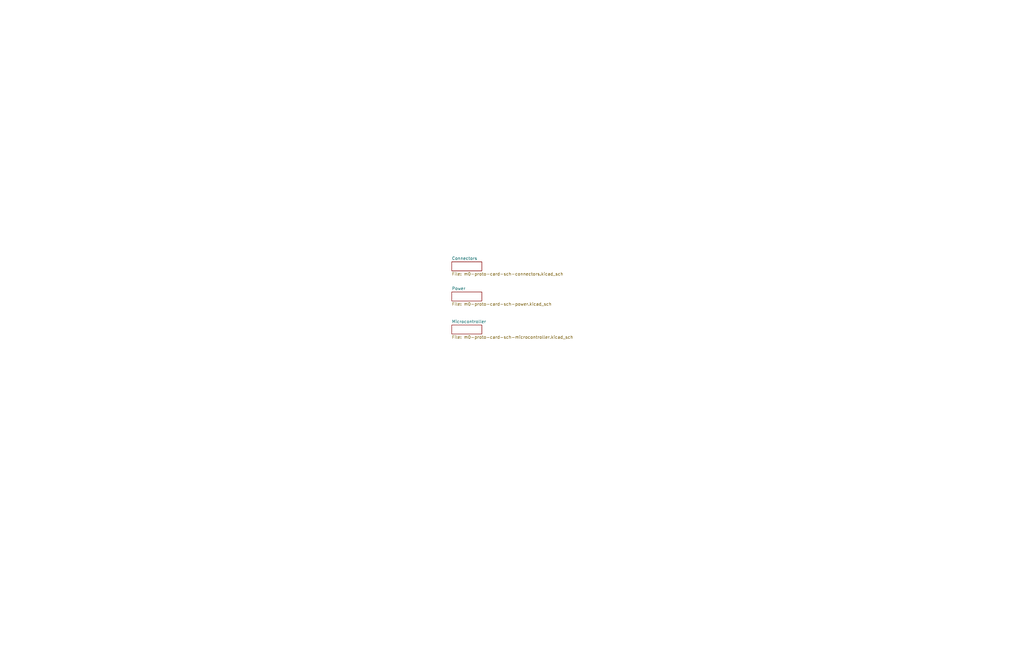
<source format=kicad_sch>
(kicad_sch (version 20230121) (generator eeschema)
  (paper "USLedger")
  (title_block (title "OreSat M0 Proto Card") (date "2024-03-21") (rev "5.0"))
  (lib_symbols)
  (sheet (at 190.5 110.49) (size 12.7 3.81)
    (property "Sheetname" "Connectors" (at 190.5 109.7784 0) (effects (justify left bottom)))
    (property "Sheetfile" "m0-proto-card-sch-connectors.kicad_sch" (at 190.5 114.8846 0) (effects (justify left top)))
  )
  (sheet (at 190.5 123.19) (size 12.7 3.81)
    (property "Sheetname" "Power" (at 190.5 122.4784 0) (effects (justify left bottom)))
    (property "Sheetfile" "m0-proto-card-sch-power.kicad_sch" (at 190.5 127.5846 0) (effects (justify left top)))
  )
  (sheet (at 190.5 137.16) (size 12.7 3.81)
    (property "Sheetname" "Microcontroller" (at 190.5 136.4484 0) (effects (justify left bottom)))
    (property "Sheetfile" "m0-proto-card-sch-microcontroller.kicad_sch" (at 190.5 141.5546 0) (effects (justify left top)))
  )
)
</source>
